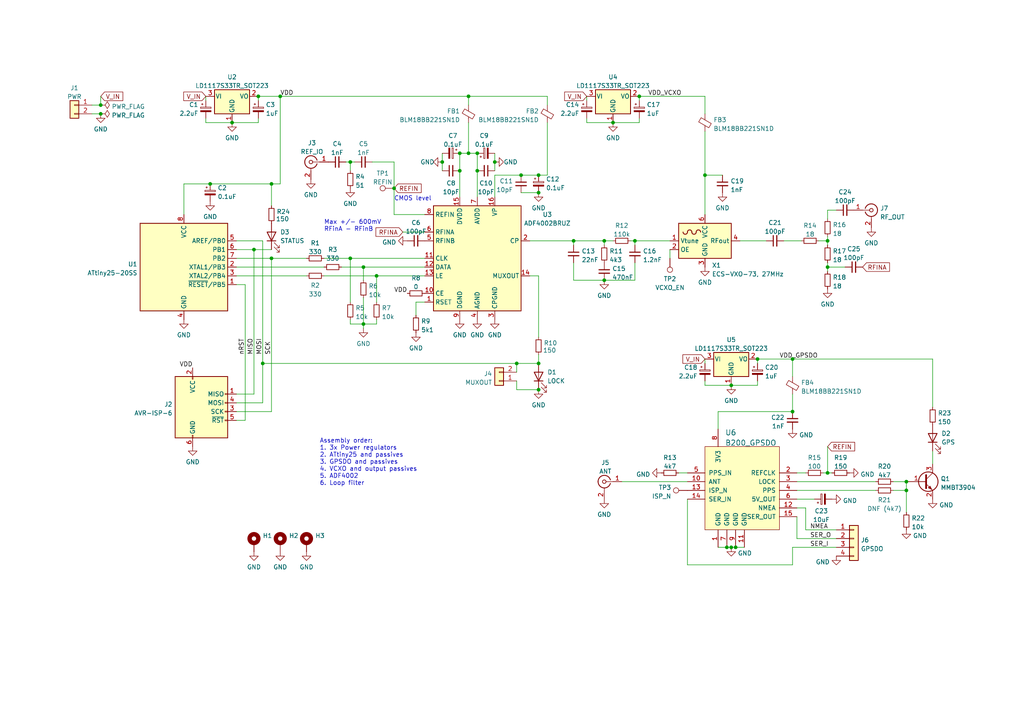
<source format=kicad_sch>
(kicad_sch (version 20211123) (generator eeschema)
  (paper "A4")
  (title_block (title "AD4002 27MHz PLL") (date "2022-04-08") (rev "1") (company "HB9EGM") (comment 1 "Compatible with USRP B200 GPSDO"))
  (lib_symbols
    (symbol "ADF4002_27MHz_PLL:B200_GPSDO" (pin_names (offset 1.016))
      (property "Reference" "U" (at 5.08 -10.16 0))
      (property "Value" "B200_GPSDO" (at 3.81 16.51 0))
      (symbol "B200_GPSDO_1_1"
        (pin power_in line (at -5.08 -13.97 90) (length 5.08) (name "GND") (number "1"))
        (pin input line (at -13.97 5.08 0) (length 5.08) (name "ANT") (number "10"))
        (pin power_in line (at 2.54 -13.97 90) (length 5.08) (name "GND") (number "11"))
        (pin output line (at 17.78 -2.54 180) (length 5.08) (name "NMEA") (number "12"))
        (pin input line (at -13.97 2.54 0) (length 5.08) (name "ISP_N") (number "13"))
        (pin input line (at -13.97 0 0) (length 5.08) (name "SER_IN") (number "14"))
        (pin output line (at 17.78 -5.08 180) (length 5.08) (name "SER_OUT") (number "15"))
        (pin output line (at 17.78 7.62 180) (length 5.08) (name "REFCLK") (number "2"))
        (pin output line (at 17.78 5.08 180) (length 5.08) (name "LOCK") (number "3"))
        (pin output line (at 17.78 2.54 180) (length 5.08) (name "PPS") (number "4"))
        (pin input line (at -13.97 7.62 0) (length 5.08) (name "PPS_IN") (number "5"))
        (pin power_out line (at 17.78 0 180) (length 5.08) (name "5V_OUT") (number "6"))
        (pin power_in line (at -2.54 -13.97 90) (length 5.08) (name "GND") (number "7"))
        (pin power_in line (at -5.08 20.32 270) (length 5.08) (name "3V3") (number "8"))
        (pin power_in line (at 0 -13.97 90) (length 5.08) (name "GND") (number "9"))
      )
    )
    (symbol "ADF4002_27MHz_PLL:ECS-VXO-73"
      (property "Reference" "X" (at -7.62 6.35 0))
      (property "Value" "ECS-VXO-73" (at 2.54 6.35 0))
      (symbol "ECS-VXO-73_1_1"
        (pin input line (at -10.16 0 0) (length 2.54) (name "Vtune") (number "1"))
        (pin input line (at -10.16 -2.54 0) (length 2.54) (name "OE") (number "2"))
        (pin power_in line (at 0 -7.62 90) (length 2.54) (name "GND") (number "3"))
        (pin output line (at 10.16 0 180) (length 2.54) (name "RFout") (number "4"))
        (pin no_connect line (at 2.54 7.62 270) (length 2.54) hide (name "NC") (number "5"))
        (pin power_in line (at 0 7.62 270) (length 2.54) (name "VCC") (number "6"))
      )
    )
    (symbol "Connector:AVR-ISP-6" (pin_names (offset 1.016))
      (property "Reference" "J" (at -6.35 11.43 0))
      (property "Value" "AVR-ISP-6" (at 0 11.43 0))
      (symbol "AVR-ISP-6_1_1"
        (pin passive line (at 10.16 5.08 180) (length 2.54) (name "MISO") (number "1"))
        (pin passive line (at -2.54 12.7 270) (length 2.54) (name "VCC") (number "2"))
        (pin passive line (at 10.16 0 180) (length 2.54) (name "SCK") (number "3"))
        (pin passive line (at 10.16 2.54 180) (length 2.54) (name "MOSI") (number "4"))
        (pin passive line (at 10.16 -2.54 180) (length 2.54) (name "~{RST}") (number "5"))
        (pin passive line (at -2.54 -10.16 90) (length 2.54) (name "GND") (number "6"))
      )
    )
    (symbol "Connector:Conn_Coaxial" (pin_names (offset 1.016) hide)
      (property "Reference" "J" (at 0.254 3.048 0))
      (property "Value" "Conn_Coaxial" (at 2.921 0 90))
      (symbol "Conn_Coaxial_1_1"
        (pin passive line (at -5.08 0 0) (length 2.54) (name "In") (number "1"))
        (pin passive line (at 0 -5.08 90) (length 2.54) (name "Ext") (number "2"))
      )
    )
    (symbol "Connector:TestPoint" (pin_numbers hide) (pin_names (offset 0.762) hide)
      (property "Reference" "TP" (at 0 6.858 0))
      (property "Value" "TestPoint" (at 0 5.08 0))
      (symbol "TestPoint_1_1"
        (pin passive line (at 0 0 90) (length 2.54) (name "1") (number "1"))
      )
    )
    (symbol "Connector_Generic:Conn_01x02" (pin_names (offset 1.016) hide)
      (property "Reference" "J" (at 0 2.54 0))
      (property "Value" "Conn_01x02" (at 0 -5.08 0))
      (symbol "Conn_01x02_1_1"
        (pin passive line (at -5.08 0 0) (length 3.81) (name "Pin_1") (number "1"))
        (pin passive line (at -5.08 -2.54 0) (length 3.81) (name "Pin_2") (number "2"))
      )
    )
    (symbol "Connector_Generic:Conn_01x04" (pin_names (offset 1.016) hide)
      (property "Reference" "J" (at 0 5.08 0))
      (property "Value" "Conn_01x04" (at 0 -7.62 0))
      (symbol "Conn_01x04_1_1"
        (pin passive line (at -5.08 2.54 0) (length 3.81) (name "Pin_1") (number "1"))
        (pin passive line (at -5.08 0 0) (length 3.81) (name "Pin_2") (number "2"))
        (pin passive line (at -5.08 -2.54 0) (length 3.81) (name "Pin_3") (number "3"))
        (pin passive line (at -5.08 -5.08 0) (length 3.81) (name "Pin_4") (number "4"))
      )
    )
    (symbol "Device:C_Polarized_Small" (pin_numbers hide) (pin_names (offset 0.254) hide)
      (property "Reference" "C" (at 0.254 1.778 0))
      (property "Value" "C_Polarized_Small" (at 0.254 -2.032 0))
      (symbol "C_Polarized_Small_1_1"
        (pin passive line (at 0 2.54 270) (length 1.8542) (name "~") (number "1"))
        (pin passive line (at 0 -2.54 90) (length 1.8542) (name "~") (number "2"))
      )
    )
    (symbol "Device:C_Small" (pin_numbers hide) (pin_names (offset 0.254) hide)
      (property "Reference" "C" (at 0.254 1.778 0))
      (property "Value" "C_Small" (at 0.254 -2.032 0))
      (symbol "C_Small_1_1"
        (pin passive line (at 0 2.54 270) (length 2.032) (name "~") (number "1"))
        (pin passive line (at 0 -2.54 90) (length 2.032) (name "~") (number "2"))
      )
    )
    (symbol "Device:FerriteBead_Small" (pin_numbers hide) (pin_names (offset 0))
      (property "Reference" "FB" (at 1.905 1.27 0))
      (property "Value" "FerriteBead_Small" (at 1.905 -1.27 0))
      (symbol "FerriteBead_Small_1_1"
        (pin passive line (at 0 2.54 270) (length 1.27) (name "~") (number "1"))
        (pin passive line (at 0 -2.54 90) (length 1.27) (name "~") (number "2"))
      )
    )
    (symbol "Device:LED" (pin_numbers hide) (pin_names (offset 1.016) hide)
      (property "Reference" "D" (at 0 2.54 0))
      (property "Value" "LED" (at 0 -2.54 0))
      (symbol "LED_1_1"
        (pin passive line (at -3.81 0 0) (length 2.54) (name "K") (number "1"))
        (pin passive line (at 3.81 0 180) (length 2.54) (name "A") (number "2"))
      )
    )
    (symbol "Device:R_Small" (pin_numbers hide) (pin_names (offset 0.254) hide)
      (property "Reference" "R" (at 0.762 0.508 0))
      (property "Value" "R_Small" (at 0.762 -1.016 0))
      (symbol "R_Small_1_1"
        (pin passive line (at 0 2.54 270) (length 0.762) (name "~") (number "1"))
        (pin passive line (at 0 -2.54 90) (length 0.762) (name "~") (number "2"))
      )
    )
    (symbol "MCU_Microchip_ATtiny:ATtiny25-20SS"
      (property "Reference" "U" (at -12.7 13.97 0))
      (property "Value" "ATtiny25-20SS" (at 2.54 -13.97 0))
      (symbol "ATtiny25-20SS_1_1"
        (pin bidirectional line (at 15.24 -5.08 180) (length 2.54) (name "~{RESET}/PB5") (number "1"))
        (pin bidirectional line (at 15.24 0 180) (length 2.54) (name "XTAL1/PB3") (number "2"))
        (pin bidirectional line (at 15.24 -2.54 180) (length 2.54) (name "XTAL2/PB4") (number "3"))
        (pin power_in line (at 0 -15.24 90) (length 2.54) (name "GND") (number "4"))
        (pin bidirectional line (at 15.24 7.62 180) (length 2.54) (name "AREF/PB0") (number "5"))
        (pin bidirectional line (at 15.24 5.08 180) (length 2.54) (name "PB1") (number "6"))
        (pin bidirectional line (at 15.24 2.54 180) (length 2.54) (name "PB2") (number "7"))
        (pin power_in line (at 0 15.24 270) (length 2.54) (name "VCC") (number "8"))
      )
    )
    (symbol "Mechanical:MountingHole_Pad" (pin_numbers hide) (pin_names (offset 1.016) hide)
      (property "Reference" "H" (at 0 6.35 0))
      (property "Value" "MountingHole_Pad" (at 0 4.445 0))
      (symbol "MountingHole_Pad_1_1"
        (pin input line (at 0 -2.54 90) (length 2.54) (name "1") (number "1"))
      )
    )
    (symbol "Regulator_Linear:LD1117S33TR_SOT223" (pin_names (offset 0.254))
      (property "Reference" "U" (at -3.81 3.175 0))
      (property "Value" "LD1117S33TR_SOT223" (at 0 3.175 0))
      (symbol "LD1117S33TR_SOT223_1_1"
        (pin power_in line (at 0 -7.62 90) (length 2.54) (name "GND") (number "1"))
        (pin power_out line (at 7.62 0 180) (length 2.54) (name "VO") (number "2"))
        (pin power_in line (at -7.62 0 0) (length 2.54) (name "VI") (number "3"))
      )
    )
    (symbol "Timer_PLL:ADF4002BRUZ"
      (property "Reference" "U" (at 12.7 16.51 0))
      (property "Value" "ADF4002BRUZ" (at 0 0 0))
      (symbol "ADF4002BRUZ_1_1"
        (pin input line (at -15.24 -12.7 0) (length 2.54) (name "RSET") (number "1"))
        (pin input line (at -15.24 -10.16 0) (length 2.54) (name "CE") (number "10"))
        (pin input line (at -15.24 0 0) (length 2.54) (name "CLK") (number "11"))
        (pin input line (at -15.24 -2.54 0) (length 2.54) (name "DATA") (number "12"))
        (pin input line (at -15.24 -5.08 0) (length 2.54) (name "LE") (number "13"))
        (pin output line (at 15.24 -5.08 180) (length 2.54) (name "MUXOUT") (number "14"))
        (pin power_in line (at -5.08 17.78 270) (length 2.54) (name "DVDD") (number "15"))
        (pin power_in line (at 5.08 17.78 270) (length 2.54) (name "VP") (number "16"))
        (pin output line (at 15.24 5.08 180) (length 2.54) (name "CP") (number "2"))
        (pin power_in line (at 5.08 -17.78 90) (length 2.54) (name "CPGND") (number "3"))
        (pin power_in line (at 0 -17.78 90) (length 2.54) (name "AGND") (number "4"))
        (pin input line (at -15.24 5.08 0) (length 2.54) (name "RFINB") (number "5"))
        (pin input line (at -15.24 7.62 0) (length 2.54) (name "RFINA") (number "6"))
        (pin power_in line (at 0 17.78 270) (length 2.54) (name "AVDD") (number "7"))
        (pin input line (at -15.24 12.7 0) (length 2.54) (name "REFIN") (number "8"))
        (pin power_in line (at -5.08 -17.78 90) (length 2.54) (name "DGND") (number "9"))
      )
    )
    (symbol "Transistor_BJT:MMBT3904" (pin_names (offset 0) hide)
      (property "Reference" "Q" (at 5.08 1.905 0))
      (property "Value" "MMBT3904" (at 5.08 0 0))
      (symbol "MMBT3904_1_1"
        (pin input line (at -5.08 0 0) (length 5.715) (name "B") (number "1"))
        (pin passive line (at 2.54 -5.08 90) (length 2.54) (name "E") (number "2"))
        (pin passive line (at 2.54 5.08 270) (length 2.54) (name "C") (number "3"))
      )
    )
    (symbol "power:GND" (power) (pin_names (offset 0))
      (property "Value" "GND" (at 0 -3.81 0))
      (symbol "GND_1_1"
        (pin power_in line (at 0 0 270) (length 0) hide (name "GND") (number "1"))
      )
    )
    (symbol "power:PWR_FLAG" (power) (pin_numbers hide) (pin_names (offset 0) hide)
      (property "Value" "PWR_FLAG" (at 0 3.81 0))
      (symbol "PWR_FLAG_0_0"
        (pin power_out line (at 0 0 90) (length 0) (name "pwr") (number "1"))
      )
    )
  )
  (junction (at 151.13 50.8))
  (junction (at 212.09 111.76))
  (junction (at 240.03 69.85))
  (junction (at 29.21 33.02))
  (junction (at 138.43 49.53))
  (junction (at 78.74 53.34))
  (junction (at 101.6 74.93))
  (junction (at 114.3 54.61))
  (junction (at 81.28 27.94))
  (junction (at 67.31 35.56))
  (junction (at 184.15 69.85))
  (junction (at 105.41 77.47))
  (junction (at 229.87 119.38))
  (junction (at 135.89 44.45))
  (junction (at 156.21 55.88))
  (junction (at 133.35 44.45))
  (junction (at 73.66 72.39))
  (junction (at 262.89 142.24))
  (junction (at 204.47 50.8))
  (junction (at 185.42 27.94))
  (junction (at 156.21 105.41))
  (junction (at 213.36 158.75))
  (junction (at 240.03 77.47))
  (junction (at 128.27 46.99))
  (junction (at 177.8 35.56))
  (junction (at 101.6 46.99))
  (junction (at 143.51 46.99))
  (junction (at 175.26 69.85))
  (junction (at 166.37 69.85))
  (junction (at 133.35 49.53))
  (junction (at 149.86 105.41))
  (junction (at 175.26 81.28))
  (junction (at 76.2 105.41))
  (junction (at 135.89 27.94))
  (junction (at 109.22 80.01))
  (junction (at 262.89 139.7))
  (junction (at 74.93 27.94))
  (junction (at 229.87 104.14))
  (junction (at 29.21 30.48))
  (junction (at 138.43 44.45))
  (junction (at 78.74 74.93))
  (junction (at 212.09 158.75))
  (junction (at 156.21 50.8))
  (junction (at 156.21 113.03))
  (junction (at 60.96 53.34))
  (junction (at 240.03 137.16))
  (junction (at 105.41 93.98))
  (junction (at 219.71 104.14))
  (junction (at 210.82 158.75))
  (wire (pts (xy 212.09 158.75) (xy 213.36 158.75)))
  (wire (pts (xy 194.31 74.93) (xy 194.31 72.39)))
  (wire (pts (xy 151.13 55.88) (xy 156.21 55.88)))
  (wire (pts (xy 240.03 129.54) (xy 240.03 137.16)))
  (wire (pts (xy 227.33 69.85) (xy 232.41 69.85)))
  (wire (pts (xy 166.37 81.28) (xy 175.26 81.28)))
  (wire (pts (xy 156.21 80.01) (xy 153.67 80.01)))
  (wire (pts (xy 166.37 69.85) (xy 175.26 69.85)))
  (wire (pts (xy 138.43 49.53) (xy 138.43 57.15)))
  (wire (pts (xy 74.93 35.56) (xy 74.93 34.29)))
  (wire (pts (xy 29.21 33.02) (xy 26.67 33.02)))
  (wire (pts (xy 114.3 62.23) (xy 114.3 54.61)))
  (wire (pts (xy 143.51 44.45) (xy 143.51 46.99)))
  (wire (pts (xy 204.47 33.02) (xy 204.47 27.94)))
  (wire (pts (xy 105.41 86.36) (xy 105.41 93.98)))
  (wire (pts (xy 184.15 71.12) (xy 184.15 69.85)))
  (wire (pts (xy 68.58 77.47) (xy 93.98 77.47)))
  (wire (pts (xy 170.18 27.94) (xy 170.18 29.21)))
  (wire (pts (xy 231.14 139.7) (xy 254 139.7)))
  (wire (pts (xy 204.47 111.76) (xy 212.09 111.76)))
  (wire (pts (xy 233.68 153.67) (xy 233.68 147.32)))
  (wire (pts (xy 210.82 158.75) (xy 212.09 158.75)))
  (wire (pts (xy 73.66 72.39) (xy 73.66 114.3)))
  (wire (pts (xy 68.58 121.92) (xy 71.12 121.92)))
  (wire (pts (xy 135.89 44.45) (xy 138.43 44.45)))
  (wire (pts (xy 170.18 34.29) (xy 170.18 35.56)))
  (wire (pts (xy 143.51 46.99) (xy 143.51 49.53)))
  (wire (pts (xy 101.6 46.99) (xy 102.87 46.99)))
  (wire (pts (xy 59.69 27.94) (xy 59.69 29.21)))
  (wire (pts (xy 135.89 27.94) (xy 158.75 27.94)))
  (wire (pts (xy 185.42 27.94) (xy 204.47 27.94)))
  (wire (pts (xy 78.74 53.34) (xy 78.74 59.69)))
  (wire (pts (xy 214.63 69.85) (xy 222.25 69.85)))
  (wire (pts (xy 233.68 147.32) (xy 231.14 147.32)))
  (wire (pts (xy 213.36 158.75) (xy 215.9 158.75)))
  (wire (pts (xy 135.89 44.45) (xy 133.35 44.45)))
  (wire (pts (xy 60.96 53.34) (xy 53.34 53.34)))
  (wire (pts (xy 229.87 109.22) (xy 229.87 104.14)))
  (wire (pts (xy 78.74 74.93) (xy 78.74 119.38)))
  (wire (pts (xy 59.69 35.56) (xy 67.31 35.56)))
  (wire (pts (xy 76.2 105.41) (xy 76.2 116.84)))
  (wire (pts (xy 138.43 44.45) (xy 138.43 49.53)))
  (wire (pts (xy 170.18 35.56) (xy 177.8 35.56)))
  (wire (pts (xy 114.3 54.61) (xy 114.3 46.99)))
  (wire (pts (xy 238.76 137.16) (xy 240.03 137.16)))
  (wire (pts (xy 149.86 113.03) (xy 156.21 113.03)))
  (wire (pts (xy 143.51 50.8) (xy 151.13 50.8)))
  (wire (pts (xy 240.03 77.47) (xy 245.11 77.47)))
  (wire (pts (xy 109.22 80.01) (xy 123.19 80.01)))
  (wire (pts (xy 240.03 69.85) (xy 240.03 68.58)))
  (wire (pts (xy 231.14 142.24) (xy 254 142.24)))
  (wire (pts (xy 73.66 114.3) (xy 68.58 114.3)))
  (wire (pts (xy 53.34 53.34) (xy 53.34 62.23)))
  (wire (pts (xy 156.21 97.79) (xy 156.21 80.01)))
  (wire (pts (xy 184.15 69.85) (xy 194.31 69.85)))
  (wire (pts (xy 185.42 35.56) (xy 185.42 34.29)))
  (wire (pts (xy 135.89 27.94) (xy 135.89 30.48)))
  (wire (pts (xy 120.65 87.63) (xy 123.19 87.63)))
  (wire (pts (xy 78.74 119.38) (xy 68.58 119.38)))
  (wire (pts (xy 240.03 69.85) (xy 240.03 71.12)))
  (wire (pts (xy 175.26 69.85) (xy 175.26 71.12)))
  (wire (pts (xy 101.6 93.98) (xy 105.41 93.98)))
  (wire (pts (xy 100.33 46.99) (xy 101.6 46.99)))
  (wire (pts (xy 68.58 80.01) (xy 88.9 80.01)))
  (wire (pts (xy 99.06 77.47) (xy 105.41 77.47)))
  (wire (pts (xy 242.57 156.21) (xy 231.14 156.21)))
  (wire (pts (xy 219.71 104.14) (xy 229.87 104.14)))
  (wire (pts (xy 105.41 93.98) (xy 105.41 95.25)))
  (wire (pts (xy 208.28 158.75) (xy 210.82 158.75)))
  (wire (pts (xy 26.67 30.48) (xy 29.21 30.48)))
  (wire (pts (xy 270.51 130.81) (xy 270.51 134.62)))
  (wire (pts (xy 76.2 116.84) (xy 68.58 116.84)))
  (wire (pts (xy 175.26 69.85) (xy 177.8 69.85)))
  (wire (pts (xy 184.15 69.85) (xy 182.88 69.85)))
  (wire (pts (xy 120.65 91.44) (xy 120.65 87.63)))
  (wire (pts (xy 109.22 92.71) (xy 109.22 93.98)))
  (wire (pts (xy 196.85 137.16) (xy 199.39 137.16)))
  (wire (pts (xy 68.58 69.85) (xy 76.2 69.85)))
  (wire (pts (xy 240.03 60.96) (xy 240.03 63.5)))
  (wire (pts (xy 107.95 46.99) (xy 114.3 46.99)))
  (wire (pts (xy 208.28 119.38) (xy 229.87 119.38)))
  (wire (pts (xy 67.31 35.56) (xy 74.93 35.56)))
  (wire (pts (xy 133.35 49.53) (xy 133.35 57.15)))
  (wire (pts (xy 105.41 77.47) (xy 105.41 81.28)))
  (wire (pts (xy 76.2 105.41) (xy 149.86 105.41)))
  (wire (pts (xy 101.6 74.93) (xy 101.6 87.63)))
  (wire (pts (xy 231.14 144.78) (xy 236.22 144.78)))
  (wire (pts (xy 149.86 107.95) (xy 149.86 105.41)))
  (wire (pts (xy 101.6 46.99) (xy 101.6 49.53)))
  (wire (pts (xy 262.89 142.24) (xy 262.89 139.7)))
  (wire (pts (xy 81.28 27.94) (xy 135.89 27.94)))
  (wire (pts (xy 204.47 104.14) (xy 204.47 105.41)))
  (wire (pts (xy 74.93 27.94) (xy 81.28 27.94)))
  (wire (pts (xy 229.87 104.14) (xy 270.51 104.14)))
  (wire (pts (xy 229.87 158.75) (xy 229.87 163.83)))
  (wire (pts (xy 29.21 27.94) (xy 29.21 30.48)))
  (wire (pts (xy 259.08 142.24) (xy 262.89 142.24)))
  (wire (pts (xy 133.35 44.45) (xy 133.35 49.53)))
  (wire (pts (xy 229.87 163.83) (xy 199.39 163.83)))
  (wire (pts (xy 240.03 77.47) (xy 240.03 78.74)))
  (wire (pts (xy 149.86 110.49) (xy 149.86 113.03)))
  (wire (pts (xy 116.84 67.31) (xy 123.19 67.31)))
  (wire (pts (xy 259.08 139.7) (xy 262.89 139.7)))
  (wire (pts (xy 204.47 110.49) (xy 204.47 111.76)))
  (wire (pts (xy 184.15 81.28) (xy 175.26 81.28)))
  (wire (pts (xy 93.98 80.01) (xy 109.22 80.01)))
  (wire (pts (xy 143.51 57.15) (xy 143.51 50.8)))
  (wire (pts (xy 101.6 93.98) (xy 101.6 92.71)))
  (wire (pts (xy 71.12 121.92) (xy 71.12 82.55)))
  (wire (pts (xy 242.57 153.67) (xy 233.68 153.67)))
  (wire (pts (xy 180.34 139.7) (xy 199.39 139.7)))
  (wire (pts (xy 109.22 93.98) (xy 105.41 93.98)))
  (wire (pts (xy 166.37 76.2) (xy 166.37 81.28)))
  (wire (pts (xy 128.27 46.99) (xy 128.27 49.53)))
  (wire (pts (xy 156.21 102.87) (xy 156.21 105.41)))
  (wire (pts (xy 219.71 105.41) (xy 219.71 104.14)))
  (wire (pts (xy 153.67 69.85) (xy 166.37 69.85)))
  (wire (pts (xy 242.57 158.75) (xy 229.87 158.75)))
  (wire (pts (xy 158.75 30.48) (xy 158.75 27.94)))
  (wire (pts (xy 101.6 74.93) (xy 123.19 74.93)))
  (wire (pts (xy 204.47 38.1) (xy 204.47 50.8)))
  (wire (pts (xy 212.09 111.76) (xy 219.71 111.76)))
  (wire (pts (xy 135.89 35.56) (xy 135.89 44.45)))
  (wire (pts (xy 240.03 76.2) (xy 240.03 77.47)))
  (wire (pts (xy 177.8 35.56) (xy 185.42 35.56)))
  (wire (pts (xy 76.2 69.85) (xy 76.2 105.41)))
  (wire (pts (xy 105.41 77.47) (xy 123.19 77.47)))
  (wire (pts (xy 231.14 137.16) (xy 233.68 137.16)))
  (wire (pts (xy 219.71 111.76) (xy 219.71 110.49)))
  (wire (pts (xy 158.75 35.56) (xy 158.75 50.8)))
  (wire (pts (xy 237.49 69.85) (xy 240.03 69.85)))
  (wire (pts (xy 123.19 62.23) (xy 114.3 62.23)))
  (wire (pts (xy 231.14 156.21) (xy 231.14 149.86)))
  (wire (pts (xy 128.27 44.45) (xy 128.27 46.99)))
  (wire (pts (xy 93.98 74.93) (xy 101.6 74.93)))
  (wire (pts (xy 240.03 137.16) (xy 241.3 137.16)))
  (wire (pts (xy 149.86 105.41) (xy 156.21 105.41)))
  (wire (pts (xy 242.57 60.96) (xy 240.03 60.96)))
  (wire (pts (xy 229.87 119.38) (xy 229.87 114.3)))
  (wire (pts (xy 68.58 74.93) (xy 78.74 74.93)))
  (wire (pts (xy 270.51 118.11) (xy 270.51 104.14)))
  (wire (pts (xy 78.74 53.34) (xy 81.28 53.34)))
  (wire (pts (xy 204.47 50.8) (xy 209.55 50.8)))
  (wire (pts (xy 208.28 119.38) (xy 208.28 124.46)))
  (wire (pts (xy 204.47 50.8) (xy 204.47 62.23)))
  (wire (pts (xy 81.28 53.34) (xy 81.28 27.94)))
  (wire (pts (xy 78.74 74.93) (xy 88.9 74.93)))
  (wire (pts (xy 59.69 34.29) (xy 59.69 35.56)))
  (wire (pts (xy 199.39 163.83) (xy 199.39 144.78)))
  (wire (pts (xy 71.12 82.55) (xy 68.58 82.55)))
  (wire (pts (xy 185.42 29.21) (xy 185.42 27.94)))
  (wire (pts (xy 262.89 142.24) (xy 262.89 148.59)))
  (wire (pts (xy 74.93 29.21) (xy 74.93 27.94)))
  (wire (pts (xy 166.37 69.85) (xy 166.37 71.12)))
  (wire (pts (xy 151.13 50.8) (xy 156.21 50.8)))
  (wire (pts (xy 73.66 72.39) (xy 78.74 72.39)))
  (wire (pts (xy 60.96 53.34) (xy 78.74 53.34)))
  (wire (pts (xy 109.22 80.01) (xy 109.22 87.63)))
  (wire (pts (xy 156.21 50.8) (xy 158.75 50.8)))
  (wire (pts (xy 184.15 76.2) (xy 184.15 81.28)))
  (wire (pts (xy 68.58 72.39) (xy 73.66 72.39)))
  (text "CMOS level" (at 114.3 58.42 0) (effects (font (size 1.27 1.27)) (justify left bottom)))
  (text "Assembly order:\n1. 3x Power regulators\n2. ATtiny25 and passives\n3. GPSDO and passives\n4. VCXO and output passives\n5. ADF4002\n6. Loop filter" (at 92.71 140.97 0) (effects (font (size 1.27 1.27)) (justify left bottom)))
  (text "Max +/- 600mV\nRFinA - RFinB" (at 93.98 67.31 0) (effects (font (size 1.27 1.27)) (justify left bottom)))
  (label "MISO" (at 73.66 102.87 90))
  (label "VDD_VCXO" (at 187.96 27.94 0))
  (label "SER_O" (at 234.95 156.21 0))
  (label "nRST" (at 71.12 102.87 90))
  (label "NMEA" (at 234.95 153.67 0))
  (label "SCK" (at 78.74 102.87 90))
  (label "VDD" (at 55.88 106.68 180))
  (label "SER_I" (at 234.95 158.75 0))
  (label "MOSI" (at 76.2 102.87 90))
  (label "VDD" (at 81.28 27.94 0))
  (label "VDD_GPSDO" (at 226.06 104.14 0))
  (label "VDD" (at 118.11 85.09 180))
  (global_label "V_IN" (shape input) (at 204.47 104.14 180) (property "Intersheet References" "${INTERSHEET_REFS}" (effects hide)))
  (global_label "REFIN" (shape input) (at 240.03 129.54 0) (property "Intersheet References" "${INTERSHEET_REFS}" (effects hide)))
  (global_label "V_IN" (shape input) (at 170.18 27.94 180) (property "Intersheet References" "${INTERSHEET_REFS}" (effects hide)))
  (global_label "REFIN" (shape input) (at 114.3 54.61 0) (property "Intersheet References" "${INTERSHEET_REFS}" (effects hide)))
  (global_label "RFINA" (shape input) (at 116.84 67.31 180) (property "Intersheet References" "${INTERSHEET_REFS}" (effects hide)))
  (global_label "V_IN" (shape input) (at 59.69 27.94 180) (property "Intersheet References" "${INTERSHEET_REFS}" (effects hide)))
  (global_label "RFINA" (shape input) (at 250.19 77.47 0) (property "Intersheet References" "${INTERSHEET_REFS}" (effects hide)))
  (global_label "V_IN" (shape input) (at 29.21 27.94 0) (property "Intersheet References" "${INTERSHEET_REFS}" (effects hide)))
  (symbol (lib_id "Mechanical:MountingHole_Pad") (at 81.28 157.48 0) (unit 1)
    (property "Reference" "H2" (at 83.82 155.3753 0) (effects (justify left)))
    (property "Value" "MountingHole_Pad" (effects hide))
    (property "Footprint" "MountingHole:MountingHole_3.2mm_M3_ISO7380_Pad" (effects hide))
  )
  (symbol (lib_id "Device:R_Small") (at 236.22 137.16 270) (unit 1)
    (property "Reference" "R15" (at 236.22 132.7236 90))
    (property "Value" "100" (at 236.22 135.2605 90))
    (property "Footprint" "Resistor_SMD:R_0603_1608Metric_Pad0.98x0.95mm_HandSolder" (effects hide))
  )
  (symbol (lib_id "power:GND") (at 156.21 113.03 0) (unit 1)
    (property "Reference" "#PWR015" (effects hide))
    (property "Value" "GND" (at 156.21 117.4734 0))
  )
  (symbol (lib_id "power:GND") (at 242.57 161.29 0) (unit 1)
    (property "Reference" "#PWR027" (effects hide))
    (property "Value" "GND" (at 240.6651 162.9938 0) (effects (justify right)))
  )
  (symbol (lib_id "Device:R_Small") (at 175.26 73.66 180) (unit 1)
    (property "Reference" "R11" (at 176.7586 72.8253 0) (effects (justify right)))
    (property "Value" "4k3" (at 176.7586 75.3622 0) (effects (justify right)))
    (property "Footprint" "Resistor_SMD:R_0603_1608Metric_Pad0.98x0.95mm_HandSolder" (effects hide))
  )
  (symbol (lib_id "Device:C_Polarized_Small") (at 204.47 107.95 0) (unit 1)
    (property "Reference" "C18" (at 202.311 106.5692 0) (effects (justify right)))
    (property "Value" "2.2uF" (at 202.311 109.1061 0) (effects (justify right)))
    (property "Footprint" "Capacitor_SMD:C_0805_2012Metric_Pad1.18x1.45mm_HandSolder" (effects hide))
  )
  (symbol (lib_id "Device:C_Small") (at 229.87 121.92 0) (unit 1)
    (property "Reference" "C22" (at 227.546 121.0916 0) (effects (justify right)))
    (property "Value" "1nF" (at 227.546 123.6285 0) (effects (justify right)))
    (property "Footprint" "Capacitor_SMD:C_0805_2012Metric_Pad1.18x1.45mm_HandSolder" (effects hide))
  )
  (symbol (lib_id "Device:C_Polarized_Small") (at 74.93 31.75 0) (unit 1)
    (property "Reference" "C3" (at 77.089 30.3692 0) (effects (justify left)))
    (property "Value" "1uF" (at 77.089 32.9061 0) (effects (justify left)))
    (property "Footprint" "Capacitor_SMD:C_0805_2012Metric_Pad1.18x1.45mm_HandSolder" (effects hide))
  )
  (symbol (lib_id "Device:R_Small") (at 243.84 137.16 270) (unit 1)
    (property "Reference" "R19" (at 243.84 132.7236 90))
    (property "Value" "150" (at 243.84 135.2605 90))
    (property "Footprint" "Resistor_SMD:R_0603_1608Metric_Pad0.98x0.95mm_HandSolder" (effects hide))
  )
  (symbol (lib_id "Connector_Generic:Conn_01x02") (at 21.59 30.48 0) (mirror y) (unit 1)
    (property "Reference" "J1" (at 21.59 25.5102 0))
    (property "Value" "PWR" (at 21.59 28.0471 0))
    (property "Footprint" "Connector_PinHeader_2.54mm:PinHeader_1x02_P2.54mm_Vertical" (effects hide))
  )
  (symbol (lib_id "Device:R_Small") (at 194.31 137.16 270) (unit 1)
    (property "Reference" "R13" (at 194.31 132.7236 90))
    (property "Value" "4k7" (at 194.31 135.2605 90))
    (property "Footprint" "Resistor_SMD:R_0603_1608Metric_Pad0.98x0.95mm_HandSolder" (effects hide))
  )
  (symbol (lib_id "power:GND") (at 175.26 144.78 0) (unit 1)
    (property "Reference" "#PWR017" (effects hide))
    (property "Value" "GND" (at 175.26 149.2234 0))
  )
  (symbol (lib_id "Timer_PLL:ADF4002BRUZ") (at 138.43 74.93 0) (unit 1)
    (property "Reference" "U3" (at 158.75 62.23 0))
    (property "Value" "ADF4002BRUZ" (at 158.75 64.7669 0))
    (property "Footprint" "Package_SO:TSSOP-16_4.4x5mm_P0.65mm" (effects hide))
    (property "Datasheet" "https://www.analog.com/media/en/technical-documentation/data-sheets/ADF4002.pdf" (effects hide))
  )
  (symbol (lib_id "Device:R_Small") (at 105.41 83.82 180) (unit 1)
    (property "Reference" "R6" (at 106.9086 82.9853 0) (effects (justify right)))
    (property "Value" "10k" (at 106.9086 85.5222 0) (effects (justify right)))
    (property "Footprint" "Resistor_SMD:R_0603_1608Metric_Pad0.98x0.95mm_HandSolder" (effects hide))
  )
  (symbol (lib_id "Connector:Conn_Coaxial") (at 252.73 60.96 0) (unit 1)
    (property "Reference" "J7" (at 255.27 60.4185 0) (effects (justify left)))
    (property "Value" "RF_OUT" (at 255.27 62.9554 0) (effects (justify left)))
    (property "Footprint" "Connector_Coaxial:SMA_Molex_73251-2120_EdgeMount_Horizontal" (effects hide))
    (property "Datasheet" " ~" (effects hide))
  )
  (symbol (lib_id "Device:C_Small") (at 140.97 49.53 270) (unit 1)
    (property "Reference" "C10" (at 140.9636 53.1225 90))
    (property "Value" "10pF" (at 140.9636 55.6594 90))
    (property "Footprint" "Capacitor_SMD:C_0805_2012Metric_Pad1.18x1.45mm_HandSolder" (effects hide))
  )
  (symbol (lib_id "Device:C_Polarized_Small") (at 140.97 44.45 90) (unit 1)
    (property "Reference" "C9" (at 140.4239 39.3532 90))
    (property "Value" "0.1uF" (at 140.4239 41.8901 90))
    (property "Footprint" "Capacitor_SMD:C_0805_2012Metric_Pad1.18x1.45mm_HandSolder" (effects hide))
  )
  (symbol (lib_id "power:GND") (at 53.34 92.71 0) (unit 1)
    (property "Reference" "#PWR02" (effects hide))
    (property "Value" "GND" (at 53.34 97.1534 0))
  )
  (symbol (lib_id "Device:C_Small") (at 224.79 69.85 90) (unit 1)
    (property "Reference" "C21" (at 224.7963 64.5881 90))
    (property "Value" "100pF" (at 224.7963 67.125 90))
    (property "Footprint" "Capacitor_SMD:C_0805_2012Metric_Pad1.18x1.45mm_HandSolder" (effects hide))
  )
  (symbol (lib_id "Device:C_Polarized_Small") (at 60.96 55.88 0) (unit 1)
    (property "Reference" "C2" (at 63.119 54.4992 0) (effects (justify left)))
    (property "Value" "0.1uF" (at 63.119 57.0361 0) (effects (justify left)))
    (property "Footprint" "Capacitor_SMD:C_0805_2012Metric_Pad1.18x1.45mm_HandSolder" (effects hide))
  )
  (symbol (lib_id "Device:FerriteBead_Small") (at 135.89 33.02 180) (unit 1)
    (property "Reference" "FB1" (at 133.4263 32.2234 0) (effects (justify left)))
    (property "Value" "BLM18BB221SN1D" (at 133.4263 34.7603 0) (effects (justify left)))
    (property "Footprint" "Resistor_SMD:R_0603_1608Metric_Pad0.98x0.95mm_HandSolder" (effects hide))
  )
  (symbol (lib_id "Device:R_Small") (at 78.74 62.23 0) (unit 1)
    (property "Reference" "R24" (at 80.2386 61.3953 0) (effects (justify left)))
    (property "Value" "150" (at 80.01 63.5 0) (effects (justify left)))
    (property "Footprint" "Resistor_SMD:R_0603_1608Metric_Pad0.98x0.95mm_HandSolder" (effects hide))
  )
  (symbol (lib_id "Device:R_Small") (at 120.65 85.09 270) (unit 1)
    (property "Reference" "R8" (at 120.65 80.6536 90))
    (property "Value" "0" (at 120.65 83.1905 90))
    (property "Footprint" "Resistor_SMD:R_0603_1608Metric_Pad0.98x0.95mm_HandSolder" (effects hide))
  )
  (symbol (lib_id "Device:R_Small") (at 91.44 74.93 90) (unit 1)
    (property "Reference" "R1" (at 91.44 70.4936 90))
    (property "Value" "330" (at 91.44 73.0305 90))
    (property "Footprint" "Resistor_SMD:R_0603_1608Metric_Pad0.98x0.95mm_HandSolder" (effects hide))
  )
  (symbol (lib_id "power:GND") (at 105.41 95.25 0) (unit 1)
    (property "Reference" "#PWR08" (effects hide))
    (property "Value" "GND" (at 105.41 99.6934 0))
  )
  (symbol (lib_id "power:GND") (at 138.43 92.71 0) (unit 1)
    (property "Reference" "#PWR012" (effects hide))
    (property "Value" "GND" (at 138.43 97.1534 0))
  )
  (symbol (lib_id "power:GND") (at 73.66 160.02 0) (unit 1)
    (property "Reference" "#PWR032" (effects hide))
    (property "Value" "GND" (at 73.66 164.4634 0))
  )
  (symbol (lib_id "power:GND") (at 143.51 46.99 90) (unit 1)
    (property "Reference" "#PWR0101" (effects hide))
    (property "Value" "GND" (at 146.05 46.99 90) (effects (justify right)))
  )
  (symbol (lib_id "Device:LED") (at 156.21 109.22 90) (unit 1)
    (property "Reference" "D1" (at 158.75 107.95 90) (effects (justify right)))
    (property "Value" "LOCK" (at 158.75 110.4869 90) (effects (justify right)))
    (property "Footprint" "LED_SMD:LED_1206_3216Metric_Pad1.42x1.75mm_HandSolder" (effects hide))
  )
  (symbol (lib_id "Device:R_Small") (at 156.21 100.33 0) (unit 1)
    (property "Reference" "R10" (at 157.7086 99.4953 0) (effects (justify left)))
    (property "Value" "150" (at 157.48 101.6 0) (effects (justify left)))
    (property "Footprint" "Resistor_SMD:R_0603_1608Metric_Pad0.98x0.95mm_HandSolder" (effects hide))
  )
  (symbol (lib_id "power:GND") (at 177.8 35.56 0) (unit 1)
    (property "Reference" "#PWR018" (effects hide))
    (property "Value" "GND" (at 177.8 40.0034 0))
  )
  (symbol (lib_id "Mechanical:MountingHole_Pad") (at 88.9 157.48 0) (unit 1)
    (property "Reference" "H3" (at 91.44 155.3753 0) (effects (justify left)))
    (property "Value" "MountingHole_Pad" (effects hide))
    (property "Footprint" "MountingHole:MountingHole_3.2mm_M3_ISO7380_Pad" (effects hide))
  )
  (symbol (lib_id "Device:R_Small") (at 120.65 93.98 180) (unit 1)
    (property "Reference" "R9" (at 122.1486 93.1453 0) (effects (justify right)))
    (property "Value" "5k1" (at 122.1486 95.6822 0) (effects (justify right)))
    (property "Footprint" "Resistor_SMD:R_0603_1608Metric_Pad0.98x0.95mm_HandSolder" (effects hide))
  )
  (symbol (lib_id "power:GND") (at 270.51 144.78 0) (unit 1)
    (property "Reference" "#PWR031" (effects hide))
    (property "Value" "GND" (at 272.415 146.4838 0) (effects (justify left)))
  )
  (symbol (lib_id "power:GND") (at 246.38 137.16 90) (unit 1)
    (property "Reference" "#PWR028" (effects hide))
    (property "Value" "GND" (at 249.555 137.5938 90) (effects (justify right)))
  )
  (symbol (lib_id "Connector:TestPoint") (at 194.31 74.93 180) (unit 1)
    (property "Reference" "TP2" (at 194.31 80.8974 0))
    (property "Value" "VCXO_EN" (at 194.31 83.4343 0))
    (property "Footprint" "TestPoint:TestPoint_Pad_D2.5mm" (effects hide))
  )
  (symbol (lib_id "Connector_Generic:Conn_01x04") (at 247.65 156.21 0) (unit 1)
    (property "Reference" "J6" (at 249.682 156.6453 0) (effects (justify left)))
    (property "Value" "GPSDO" (at 249.682 159.1822 0) (effects (justify left)))
    (property "Footprint" "Connector_PinHeader_2.54mm:PinHeader_1x04_P2.54mm_Vertical" (effects hide))
  )
  (symbol (lib_id "Device:FerriteBead_Small") (at 229.87 111.76 180) (unit 1)
    (property "Reference" "FB4" (at 232.3338 110.9634 0) (effects (justify right)))
    (property "Value" "BLM18BB221SN1D" (at 232.3338 113.5003 0) (effects (justify right)))
    (property "Footprint" "Resistor_SMD:R_0603_1608Metric_Pad0.98x0.95mm_HandSolder" (effects hide))
  )
  (symbol (lib_id "power:GND") (at 118.11 69.85 270) (unit 1)
    (property "Reference" "#PWR09" (effects hide))
    (property "Value" "GND" (at 114.9351 70.2838 90) (effects (justify right)))
  )
  (symbol (lib_id "power:GND") (at 175.26 81.28 0) (unit 1)
    (property "Reference" "#PWR016" (effects hide))
    (property "Value" "GND" (at 175.26 85.7234 0))
  )
  (symbol (lib_id "Device:R_Small") (at 96.52 77.47 90) (unit 1)
    (property "Reference" "R3" (at 96.52 72.39 90))
    (property "Value" "330" (at 96.52 74.93 90))
    (property "Footprint" "Resistor_SMD:R_0603_1608Metric_Pad0.98x0.95mm_HandSolder" (effects hide))
  )
  (symbol (lib_id "power:GND") (at 120.65 96.52 0) (unit 1)
    (property "Reference" "#PWR010" (effects hide))
    (property "Value" "GND" (at 120.65 100.9634 0))
  )
  (symbol (lib_id "power:GND") (at 60.96 58.42 0) (unit 1)
    (property "Reference" "#PWR04" (effects hide))
    (property "Value" "GND" (at 60.96 62.8634 0))
  )
  (symbol (lib_id "Connector:TestPoint") (at 114.3 54.61 90) (unit 1)
    (property "Reference" "TP1" (at 110.998 50.2752 90))
    (property "Value" "REFIN" (at 110.998 52.8121 90))
    (property "Footprint" "TestPoint:TestPoint_Pad_D2.5mm" (effects hide))
  )
  (symbol (lib_id "Device:R_Small") (at 101.6 90.17 180) (unit 1)
    (property "Reference" "R5" (at 103.0986 89.3353 0) (effects (justify right)))
    (property "Value" "10k" (at 103.0986 91.8722 0) (effects (justify right)))
    (property "Footprint" "Resistor_SMD:R_0603_1608Metric_Pad0.98x0.95mm_HandSolder" (effects hide))
  )
  (symbol (lib_id "Device:R_Small") (at 101.6 52.07 180) (unit 1)
    (property "Reference" "R4" (at 103.0986 51.2353 0) (effects (justify right)))
    (property "Value" "51" (at 103.0986 53.7722 0) (effects (justify right)))
    (property "Footprint" "Resistor_SMD:R_0603_1608Metric_Pad0.98x0.95mm_HandSolder" (effects hide))
  )
  (symbol (lib_id "Device:C_Small") (at 151.13 53.34 0) (unit 1)
    (property "Reference" "C11" (at 148.806 52.5116 0) (effects (justify right)))
    (property "Value" "10pF" (at 148.806 55.0485 0) (effects (justify right)))
    (property "Footprint" "Capacitor_SMD:C_0805_2012Metric_Pad1.18x1.45mm_HandSolder" (effects hide))
  )
  (symbol (lib_id "Device:LED") (at 270.51 127 90) (unit 1)
    (property "Reference" "D2" (at 273.05 125.73 90) (effects (justify right)))
    (property "Value" "GPS" (at 273.05 128.2669 90) (effects (justify right)))
    (property "Footprint" "LED_SMD:LED_1206_3216Metric_Pad1.42x1.75mm_HandSolder" (effects hide))
  )
  (symbol (lib_id "Device:C_Small") (at 209.55 53.34 0) (unit 1)
    (property "Reference" "C19" (at 211.8741 52.5116 0) (effects (justify left)))
    (property "Value" "1nF" (at 211.8741 55.0485 0) (effects (justify left)))
    (property "Footprint" "Capacitor_SMD:C_0805_2012Metric_Pad1.18x1.45mm_HandSolder" (effects hide))
  )
  (symbol (lib_id "ADF4002_27MHz_PLL:B200_GPSDO") (at 213.36 144.78 0) (unit 1)
    (property "Reference" "U6" (at 210.2994 125.4559 0) (effects (font (size 1.524 1.524)) (justify left)))
    (property "Value" "B200_GPSDO" (at 210.2994 128.4493 0) (effects (font (size 1.524 1.524)) (justify left)))
    (property "Footprint" "ADF4002_27MHz_PLL:GPSDO_B200" (effects hide))
  )
  (symbol (lib_id "Device:C_Small") (at 175.26 78.74 0) (unit 1)
    (property "Reference" "C15" (at 177.5841 77.9116 0) (effects (justify left)))
    (property "Value" "470nF" (at 177.5841 80.4485 0) (effects (justify left)))
    (property "Footprint" "Capacitor_SMD:C_0805_2012Metric_Pad1.18x1.45mm_HandSolder" (effects hide))
  )
  (symbol (lib_id "Device:R_Small") (at 270.51 120.65 0) (unit 1)
    (property "Reference" "R23" (at 272.0086 119.8153 0) (effects (justify left)))
    (property "Value" "150" (at 272.0086 122.3522 0) (effects (justify left)))
    (property "Footprint" "Resistor_SMD:R_0603_1608Metric_Pad0.98x0.95mm_HandSolder" (effects hide))
  )
  (symbol (lib_id "power:GND") (at 143.51 92.71 0) (unit 1)
    (property "Reference" "#PWR013" (effects hide))
    (property "Value" "GND" (at 143.51 97.1534 0))
  )
  (symbol (lib_id "power:GND") (at 212.09 158.75 0) (unit 1)
    (property "Reference" "#PWR023" (effects hide))
    (property "Value" "GND" (at 213.995 160.4538 0) (effects (justify left)))
  )
  (symbol (lib_id "Connector:AVR-ISP-6") (at 58.42 119.38 0) (unit 1)
    (property "Reference" "J2" (at 50.0381 117.2753 0) (effects (justify right)))
    (property "Value" "AVR-ISP-6" (at 50.0381 119.8122 0) (effects (justify right)))
    (property "Footprint" "Connector_IDC:IDC-Header_2x03_P2.54mm_Vertical" (effects hide))
    (property "Datasheet" " ~" (effects hide))
  )
  (symbol (lib_id "power:GND") (at 252.73 66.04 0) (unit 1)
    (property "Reference" "#PWR029" (effects hide))
    (property "Value" "GND" (at 252.73 70.4834 0))
  )
  (symbol (lib_id "Device:R_Small") (at 234.95 69.85 270) (unit 1)
    (property "Reference" "R14" (at 234.95 65.4136 90))
    (property "Value" "18" (at 234.95 67.9505 90))
    (property "Footprint" "Resistor_SMD:R_0603_1608Metric_Pad0.98x0.95mm_HandSolder" (effects hide))
  )
  (symbol (lib_id "Device:R_Small") (at 256.54 142.24 270) (unit 1)
    (property "Reference" "R21" (at 256.54 145.007 90))
    (property "Value" "DNF (4k7)" (at 256.54 147.5439 90))
    (property "Footprint" "Resistor_SMD:R_0603_1608Metric_Pad0.98x0.95mm_HandSolder" (effects hide))
  )
  (symbol (lib_id "Device:C_Small") (at 97.79 46.99 90) (unit 1)
    (property "Reference" "C4" (at 97.7963 41.7281 90))
    (property "Value" "1nF" (at 97.7963 44.265 90))
    (property "Footprint" "Capacitor_SMD:C_0805_2012Metric_Pad1.18x1.45mm_HandSolder" (effects hide))
  )
  (symbol (lib_id "power:GND") (at 229.87 124.46 0) (unit 1)
    (property "Reference" "#PWR024" (effects hide))
    (property "Value" "GND" (at 231.775 126.1638 0) (effects (justify left)))
  )
  (symbol (lib_id "power:PWR_FLAG") (at 29.21 30.48 270) (unit 1)
    (property "Reference" "#FLG01" (effects hide))
    (property "Value" "PWR_FLAG" (at 32.385 30.9138 90) (effects (justify left)))
  )
  (symbol (lib_id "Device:C_Small") (at 105.41 46.99 90) (unit 1)
    (property "Reference" "C5" (at 105.4163 41.7281 90))
    (property "Value" "1nF" (at 105.4163 44.265 90))
    (property "Footprint" "Capacitor_SMD:C_0805_2012Metric_Pad1.18x1.45mm_HandSolder" (effects hide))
  )
  (symbol (lib_id "Regulator_Linear:LD1117S33TR_SOT223") (at 212.09 104.14 0) (unit 1)
    (property "Reference" "U5" (at 212.09 98.5352 0))
    (property "Value" "LD1117S33TR_SOT223" (at 212.09 101.0721 0))
    (property "Footprint" "Package_TO_SOT_SMD:SOT-223-3_TabPin2" (effects hide))
    (property "Datasheet" "http://www.st.com/st-web-ui/static/active/en/resource/technical/document/datasheet/CD00000544.pdf" (effects hide))
  )
  (symbol (lib_id "Device:C_Polarized_Small") (at 238.76 144.78 90) (unit 1)
    (property "Reference" "C23" (at 238.2139 148.2074 90))
    (property "Value" "10uF" (at 238.2139 150.7443 90))
    (property "Footprint" "Capacitor_SMD:CP_Elec_4x5.3" (effects hide))
  )
  (symbol (lib_id "power:GND") (at 67.31 35.56 0) (unit 1)
    (property "Reference" "#PWR05" (effects hide))
    (property "Value" "GND" (at 67.31 40.0034 0))
  )
  (symbol (lib_id "ADF4002_27MHz_PLL:ECS-VXO-73") (at 204.47 69.85 0) (unit 1)
    (property "Reference" "X1" (at 206.4894 76.9604 0) (effects (justify left)))
    (property "Value" "ECS-VXO-73, 27MHz" (at 206.4894 79.4973 0) (effects (justify left)))
    (property "Footprint" "ADF4002_27MHz_PLL:Oscillator_SMD_ECS_VXO_73" (effects hide))
  )
  (symbol (lib_id "power:GND") (at 128.27 46.99 270) (unit 1)
    (property "Reference" "#PWR0102" (effects hide))
    (property "Value" "GND" (at 121.92 46.99 90) (effects (justify left)))
  )
  (symbol (lib_id "power:GND") (at 212.09 111.76 0) (unit 1)
    (property "Reference" "#PWR022" (effects hide))
    (property "Value" "GND" (at 212.09 116.2034 0))
  )
  (symbol (lib_id "Device:C_Polarized_Small") (at 59.69 31.75 0) (unit 1)
    (property "Reference" "C1" (at 57.531 30.3692 0) (effects (justify right)))
    (property "Value" "2.2uF" (at 57.531 32.9061 0) (effects (justify right)))
    (property "Footprint" "Capacitor_SMD:C_0805_2012Metric_Pad1.18x1.45mm_HandSolder" (effects hide))
  )
  (symbol (lib_id "Device:C_Polarized_Small") (at 156.21 53.34 0) (unit 1)
    (property "Reference" "C12" (at 158.369 51.9592 0) (effects (justify left)))
    (property "Value" "0.1uF" (at 158.369 54.4961 0) (effects (justify left)))
    (property "Footprint" "Capacitor_SMD:C_0805_2012Metric_Pad1.18x1.45mm_HandSolder" (effects hide))
  )
  (symbol (lib_id "Device:FerriteBead_Small") (at 158.75 33.02 180) (unit 1)
    (property "Reference" "FB2" (at 156.2863 32.2234 0) (effects (justify left)))
    (property "Value" "BLM18BB221SN1D" (at 156.2863 34.7603 0) (effects (justify left)))
    (property "Footprint" "Resistor_SMD:R_0603_1608Metric_Pad0.98x0.95mm_HandSolder" (effects hide))
  )
  (symbol (lib_id "power:GND") (at 191.77 137.16 270) (unit 1)
    (property "Reference" "#PWR019" (effects hide))
    (property "Value" "GND" (at 188.5951 137.5938 90) (effects (justify right)))
  )
  (symbol (lib_id "power:GND") (at 55.88 129.54 0) (unit 1)
    (property "Reference" "#PWR03" (effects hide))
    (property "Value" "GND" (at 55.88 133.9834 0))
  )
  (symbol (lib_id "Device:C_Small") (at 130.81 49.53 90) (unit 1)
    (property "Reference" "C8" (at 130.8163 53.1225 90))
    (property "Value" "10pF" (at 130.8163 55.6594 90))
    (property "Footprint" "Capacitor_SMD:C_0805_2012Metric_Pad1.18x1.45mm_HandSolder" (effects hide))
  )
  (symbol (lib_id "power:GND") (at 133.35 92.71 0) (unit 1)
    (property "Reference" "#PWR011" (effects hide))
    (property "Value" "GND" (at 133.35 97.1534 0))
  )
  (symbol (lib_id "Connector:Conn_Coaxial") (at 175.26 139.7 0) (mirror y) (unit 1)
    (property "Reference" "J5" (at 175.5774 134.1736 0))
    (property "Value" "ANT" (at 175.5774 136.7105 0))
    (property "Footprint" "Connector_Coaxial:SMA_Molex_73251-2120_EdgeMount_Horizontal" (effects hide))
    (property "Datasheet" " ~" (effects hide))
  )
  (symbol (lib_id "Connector_Generic:Conn_01x02") (at 144.78 110.49 180) (unit 1)
    (property "Reference" "J4" (at 142.748 108.3853 0) (effects (justify left)))
    (property "Value" "MUXOUT" (at 142.748 110.9222 0) (effects (justify left)))
    (property "Footprint" "Connector_PinHeader_2.54mm:PinHeader_1x02_P2.54mm_Vertical" (effects hide))
  )
  (symbol (lib_id "power:GND") (at 209.55 55.88 0) (unit 1)
    (property "Reference" "#PWR021" (effects hide))
    (property "Value" "GND" (at 209.55 60.3234 0))
  )
  (symbol (lib_id "Device:C_Small") (at 120.65 69.85 90) (unit 1)
    (property "Reference" "C6" (at 120.6563 64.5881 90))
    (property "Value" "100pF" (at 120.6563 67.125 90))
    (property "Footprint" "Capacitor_SMD:C_0805_2012Metric_Pad1.18x1.45mm_HandSolder" (effects hide))
  )
  (symbol (lib_id "Device:C_Polarized_Small") (at 130.81 44.45 270) (unit 1)
    (property "Reference" "C7" (at 131.3561 39.3532 90))
    (property "Value" "0.1uF" (at 131.3561 41.8901 90))
    (property "Footprint" "Capacitor_SMD:C_0805_2012Metric_Pad1.18x1.45mm_HandSolder" (effects hide))
  )
  (symbol (lib_id "power:GND") (at 240.03 83.82 0) (unit 1)
    (property "Reference" "#PWR025" (effects hide))
    (property "Value" "GND" (at 240.03 88.2634 0))
  )
  (symbol (lib_id "Device:FerriteBead_Small") (at 204.47 35.56 180) (unit 1)
    (property "Reference" "FB3" (at 206.9338 34.7634 0) (effects (justify right)))
    (property "Value" "BLM18BB221SN1D" (at 206.9338 37.3003 0) (effects (justify right)))
    (property "Footprint" "Resistor_SMD:R_0603_1608Metric_Pad0.98x0.95mm_HandSolder" (effects hide))
  )
  (symbol (lib_id "power:GND") (at 90.17 52.07 0) (unit 1)
    (property "Reference" "#PWR06" (effects hide))
    (property "Value" "GND" (at 90.17 56.5134 0))
  )
  (symbol (lib_id "Regulator_Linear:LD1117S33TR_SOT223") (at 67.31 27.94 0) (unit 1)
    (property "Reference" "U2" (at 67.31 22.3352 0))
    (property "Value" "LD1117S33TR_SOT223" (at 67.31 24.8721 0))
    (property "Footprint" "Package_TO_SOT_SMD:SOT-223-3_TabPin2" (effects hide))
    (property "Datasheet" "http://www.st.com/st-web-ui/static/active/en/resource/technical/document/datasheet/CD00000544.pdf" (effects hide))
  )
  (symbol (lib_id "power:GND") (at 241.3 144.78 90) (unit 1)
    (property "Reference" "#PWR026" (effects hide))
    (property "Value" "GND" (at 244.475 145.2138 90) (effects (justify right)))
  )
  (symbol (lib_id "Device:R_Small") (at 262.89 151.13 0) (unit 1)
    (property "Reference" "R22" (at 264.3886 150.2953 0) (effects (justify left)))
    (property "Value" "10k" (at 264.3886 152.8322 0) (effects (justify left)))
    (property "Footprint" "Resistor_SMD:R_0603_1608Metric_Pad0.98x0.95mm_HandSolder" (effects hide))
  )
  (symbol (lib_id "Connector:Conn_Coaxial") (at 90.17 46.99 0) (mirror y) (unit 1)
    (property "Reference" "J3" (at 90.4874 41.4636 0))
    (property "Value" "REF_IO" (at 90.4874 44.0005 0))
    (property "Footprint" "Connector_Coaxial:SMA_Molex_73251-2120_EdgeMount_Horizontal" (effects hide))
    (property "Datasheet" " ~" (effects hide))
  )
  (symbol (lib_id "power:GND") (at 81.28 160.02 0) (unit 1)
    (property "Reference" "#PWR033" (effects hide))
    (property "Value" "GND" (at 81.28 164.4634 0))
  )
  (symbol (lib_id "Device:LED") (at 78.74 68.58 90) (unit 1)
    (property "Reference" "D3" (at 81.28 67.31 90) (effects (justify right)))
    (property "Value" "STATUS" (at 81.28 69.8469 90) (effects (justify right)))
    (property "Footprint" "LED_SMD:LED_1206_3216Metric_Pad1.42x1.75mm_HandSolder" (effects hide))
  )
  (symbol (lib_id "Device:C_Small") (at 184.15 73.66 0) (unit 1)
    (property "Reference" "C16" (at 186.4741 72.8316 0) (effects (justify left)))
    (property "Value" "1.2nF" (at 186.4741 75.3685 0) (effects (justify left)))
    (property "Footprint" "Capacitor_SMD:C_0805_2012Metric_Pad1.18x1.45mm_HandSolder" (effects hide))
  )
  (symbol (lib_id "Device:R_Small") (at 91.44 80.01 90) (unit 1)
    (property "Reference" "R2" (at 91.44 82.777 90))
    (property "Value" "330" (at 91.44 85.3139 90))
    (property "Footprint" "Resistor_SMD:R_0603_1608Metric_Pad0.98x0.95mm_HandSolder" (effects hide))
  )
  (symbol (lib_id "Device:R_Small") (at 240.03 81.28 0) (unit 1)
    (property "Reference" "R18" (at 241.5286 80.4453 0) (effects (justify left)))
    (property "Value" "18" (at 241.5286 82.9822 0) (effects (justify left)))
    (property "Footprint" "Resistor_SMD:R_0603_1608Metric_Pad0.98x0.95mm_HandSolder" (effects hide))
  )
  (symbol (lib_id "Device:C_Polarized_Small") (at 219.71 107.95 0) (unit 1)
    (property "Reference" "C20" (at 221.869 106.5692 0) (effects (justify left)))
    (property "Value" "1uF" (at 221.869 109.1061 0) (effects (justify left)))
    (property "Footprint" "Capacitor_SMD:C_0805_2012Metric_Pad1.18x1.45mm_HandSolder" (effects hide))
  )
  (symbol (lib_id "Device:R_Small") (at 240.03 73.66 0) (unit 1)
    (property "Reference" "R17" (at 241.5286 72.8253 0) (effects (justify left)))
    (property "Value" "18" (at 241.5286 75.3622 0) (effects (justify left)))
    (property "Footprint" "Resistor_SMD:R_0603_1608Metric_Pad0.98x0.95mm_HandSolder" (effects hide))
  )
  (symbol (lib_id "Device:R_Small") (at 180.34 69.85 270) (unit 1)
    (property "Reference" "R12" (at 180.34 65.4136 90))
    (property "Value" "110k" (at 180.34 67.9505 90))
    (property "Footprint" "Resistor_SMD:R_0603_1608Metric_Pad0.98x0.95mm_HandSolder" (effects hide))
  )
  (symbol (lib_id "power:GND") (at 204.47 77.47 0) (unit 1)
    (property "Reference" "#PWR020" (effects hide))
    (property "Value" "GND" (at 204.47 81.9134 0))
  )
  (symbol (lib_id "Device:C_Polarized_Small") (at 170.18 31.75 0) (unit 1)
    (property "Reference" "C14" (at 168.021 30.3692 0) (effects (justify right)))
    (property "Value" "2.2uF" (at 168.021 32.9061 0) (effects (justify right)))
    (property "Footprint" "Capacitor_SMD:C_0805_2012Metric_Pad1.18x1.45mm_HandSolder" (effects hide))
  )
  (symbol (lib_id "power:GND") (at 156.21 55.88 0) (unit 1)
    (property "Reference" "#PWR014" (effects hide))
    (property "Value" "GND" (at 156.21 60.3234 0))
  )
  (symbol (lib_id "Device:C_Small") (at 247.65 77.47 90) (unit 1)
    (property "Reference" "C25" (at 247.6563 72.2081 90))
    (property "Value" "100pF" (at 247.6563 74.745 90))
    (property "Footprint" "Capacitor_SMD:C_0805_2012Metric_Pad1.18x1.45mm_HandSolder" (effects hide))
  )
  (symbol (lib_id "Device:C_Small") (at 245.11 60.96 90) (unit 1)
    (property "Reference" "C24" (at 245.1163 55.6981 90))
    (property "Value" "100pF" (at 245.1163 58.235 90))
    (property "Footprint" "Capacitor_SMD:C_0805_2012Metric_Pad1.18x1.45mm_HandSolder" (effects hide))
  )
  (symbol (lib_id "Device:R_Small") (at 109.22 90.17 180) (unit 1)
    (property "Reference" "R7" (at 110.7186 89.3353 0) (effects (justify right)))
    (property "Value" "10k" (at 110.7186 91.8722 0) (effects (justify right)))
    (property "Footprint" "Resistor_SMD:R_0603_1608Metric_Pad0.98x0.95mm_HandSolder" (effects hide))
  )
  (symbol (lib_id "power:GND") (at 101.6 54.61 0) (unit 1)
    (property "Reference" "#PWR07" (effects hide))
    (property "Value" "GND" (at 101.6 59.0534 0))
  )
  (symbol (lib_id "power:GND") (at 88.9 160.02 0) (unit 1)
    (property "Reference" "#PWR034" (effects hide))
    (property "Value" "GND" (at 88.9 164.4634 0))
  )
  (symbol (lib_id "Device:R_Small") (at 256.54 139.7 270) (unit 1)
    (property "Reference" "R20" (at 256.54 135.2636 90))
    (property "Value" "4k7" (at 256.54 137.8005 90))
    (property "Footprint" "Resistor_SMD:R_0603_1608Metric_Pad0.98x0.95mm_HandSolder" (effects hide))
  )
  (symbol (lib_id "Mechanical:MountingHole_Pad") (at 73.66 157.48 0) (unit 1)
    (property "Reference" "H1" (at 76.2 155.3753 0) (effects (justify left)))
    (property "Value" "MountingHole_Pad" (effects hide))
    (property "Footprint" "MountingHole:MountingHole_3.2mm_M3_ISO7380_Pad" (effects hide))
  )
  (symbol (lib_id "power:PWR_FLAG") (at 29.21 33.02 270) (unit 1)
    (property "Reference" "#FLG02" (effects hide))
    (property "Value" "PWR_FLAG" (at 32.385 33.4538 90) (effects (justify left)))
  )
  (symbol (lib_id "Connector:TestPoint") (at 199.39 142.24 90) (unit 1)
    (property "Reference" "TP3" (at 194.691 141.4053 90) (effects (justify left)))
    (property "Value" "ISP_N" (at 194.691 143.9422 90) (effects (justify left)))
    (property "Footprint" "TestPoint:TestPoint_Pad_D2.5mm" (effects hide))
  )
  (symbol (lib_id "Transistor_BJT:MMBT3904") (at 267.97 139.7 0) (unit 1)
    (property "Reference" "Q1" (at 272.8214 138.8653 0) (effects (justify left)))
    (property "Value" "MMBT3904" (at 272.8214 141.4022 0) (effects (justify left)))
    (property "Footprint" "Package_TO_SOT_SMD:SOT-23" (effects hide))
    (property "Datasheet" "https://www.onsemi.com/pub/Collateral/2N3903-D.PDF" (effects hide))
  )
  (symbol (lib_id "MCU_Microchip_ATtiny:ATtiny25-20SS") (at 53.34 77.47 0) (unit 1)
    (property "Reference" "U1" (at 39.8781 76.6353 0) (effects (justify right)))
    (property "Value" "ATtiny25-20SS" (at 39.8781 79.1722 0) (effects (justify right)))
    (property "Footprint" "Package_SO:SOIC-8_3.9x4.9mm_P1.27mm" (effects hide))
    (property "Datasheet" "http://ww1.microchip.com/downloads/en/DeviceDoc/atmel-2586-avr-8-bit-microcontroller-attiny25-attiny45-attiny85_datasheet.pdf" (effects hide))
  )
  (symbol (lib_id "Device:R_Small") (at 240.03 66.04 0) (unit 1)
    (property "Reference" "R16" (at 241.5286 65.2053 0) (effects (justify left)))
    (property "Value" "18" (at 241.5286 67.7422 0) (effects (justify left)))
    (property "Footprint" "Resistor_SMD:R_0603_1608Metric_Pad0.98x0.95mm_HandSolder" (effects hide))
  )
  (symbol (lib_id "Regulator_Linear:LD1117S33TR_SOT223") (at 177.8 27.94 0) (unit 1)
    (property "Reference" "U4" (at 177.8 22.3352 0))
    (property "Value" "LD1117S33TR_SOT223" (at 177.8 24.8721 0))
    (property "Footprint" "Package_TO_SOT_SMD:SOT-223-3_TabPin2" (effects hide))
    (property "Datasheet" "http://www.st.com/st-web-ui/static/active/en/resource/technical/document/datasheet/CD00000544.pdf" (effects hide))
  )
  (symbol (lib_id "power:GND") (at 29.21 33.02 0) (unit 1)
    (property "Reference" "#PWR01" (effects hide))
    (property "Value" "GND" (at 29.21 37.4634 0))
  )
  (symbol (lib_id "power:GND") (at 262.89 153.67 0) (unit 1)
    (property "Reference" "#PWR030" (effects hide))
    (property "Value" "GND" (at 264.795 155.3738 0) (effects (justify left)))
  )
  (symbol (lib_id "Device:C_Polarized_Small") (at 185.42 31.75 0) (unit 1)
    (property "Reference" "C17" (at 187.579 30.3692 0) (effects (justify left)))
    (property "Value" "1uF" (at 187.579 32.9061 0) (effects (justify left)))
    (property "Footprint" "Capacitor_SMD:C_0805_2012Metric_Pad1.18x1.45mm_HandSolder" (effects hide))
  )
  (symbol (lib_id "Device:C_Small") (at 166.37 73.66 0) (unit 1)
    (property "Reference" "C13" (at 168.6941 72.8316 0) (effects (justify left)))
    (property "Value" "22nF" (at 168.6941 75.3685 0) (effects (justify left)))
    (property "Footprint" "Capacitor_SMD:C_0805_2012Metric_Pad1.18x1.45mm_HandSolder" (effects hide))
  )
)
</source>
